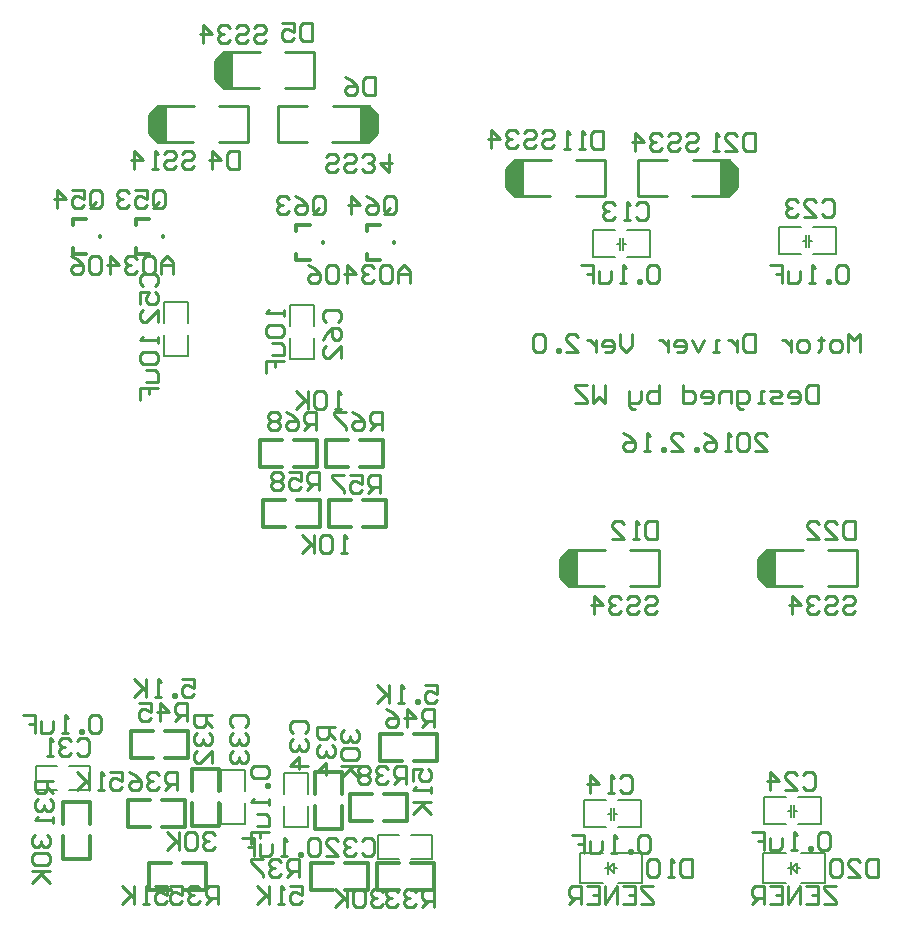
<source format=gbo>
G04 Layer_Color=32896*
%FSLAX25Y25*%
%MOIN*%
G70*
G01*
G75*
%ADD43C,0.01000*%
%ADD44C,0.01200*%
%ADD45C,0.00800*%
%ADD80C,0.00500*%
%ADD81R,0.02600X0.11800*%
%ADD82R,0.03514X0.09986*%
%ADD83R,0.01584X0.08317*%
%ADD84R,0.02100X0.05400*%
%ADD85R,0.02000X0.01500*%
D43*
X576200Y446106D02*
X585900D01*
X558400Y434006D02*
X567600D01*
X558400Y446106D02*
X567900D01*
X586000Y434006D02*
Y446006D01*
X576200Y434006D02*
X586000D01*
X558400D02*
Y446006D01*
X556300Y446106D02*
X558400D01*
X556100D02*
X556300D01*
X553100Y443106D02*
X556100Y446106D01*
X556000Y434006D02*
X558400D01*
X555800Y434206D02*
X556000Y434006D01*
X553000Y437006D02*
X555800Y434206D01*
X553000Y437006D02*
Y443006D01*
X553100Y443106D01*
X554100Y436706D02*
Y437606D01*
X555348Y444075D02*
Y445355D01*
Y443255D02*
Y444075D01*
X554680Y443923D02*
X555348Y443255D01*
X554417Y443923D02*
X554680D01*
X553000Y442506D02*
X554417Y443923D01*
X594200Y316100D02*
X603900D01*
X576400Y304000D02*
X585600D01*
X576400Y316100D02*
X585900D01*
X604000Y304000D02*
Y316000D01*
X594200Y304000D02*
X604000D01*
X576400D02*
Y316000D01*
X574300Y316100D02*
X576400D01*
X574100D02*
X574300D01*
X571100Y313100D02*
X574100Y316100D01*
X574000Y304000D02*
X576400D01*
X573800Y304200D02*
X574000Y304000D01*
X571000Y307000D02*
X573800Y304200D01*
X571000Y307000D02*
Y313000D01*
X571100Y313100D01*
X572100Y306700D02*
Y307600D01*
X573348Y314068D02*
Y315348D01*
Y313248D02*
Y314068D01*
X572680Y313916D02*
X573348Y313248D01*
X572416Y313916D02*
X572680D01*
X571000Y312500D02*
X572416Y313916D01*
X660200Y316100D02*
X669900D01*
X642400Y304000D02*
X651600D01*
X642400Y316100D02*
X651900D01*
X670000Y304000D02*
Y316000D01*
X660200Y304000D02*
X670000D01*
X642400D02*
Y316000D01*
X640300Y316100D02*
X642400D01*
X640100D02*
X640300D01*
X637100Y313100D02*
X640100Y316100D01*
X640000Y304000D02*
X642400D01*
X639800Y304200D02*
X640000Y304000D01*
X637000Y307000D02*
X639800Y304200D01*
X637000Y307000D02*
Y313000D01*
X637100Y313100D01*
X638100Y306700D02*
Y307600D01*
X639348Y314068D02*
Y315348D01*
Y313248D02*
Y314068D01*
X638680Y313916D02*
X639348Y313248D01*
X638416Y313916D02*
X638680D01*
X637000Y312500D02*
X638416Y313916D01*
X597100Y433900D02*
X606800D01*
X615400Y446000D02*
X624600D01*
X615100Y433900D02*
X624600D01*
X597000Y434000D02*
Y446000D01*
X606800D01*
X624600Y434000D02*
Y446000D01*
Y433900D02*
X626700D01*
X626900D01*
X629900Y436900D01*
X624600Y446000D02*
X627000D01*
X627200Y445800D01*
X630000Y443000D01*
Y437000D02*
Y443000D01*
X629900Y436900D02*
X630000Y437000D01*
X628900Y442400D02*
Y443300D01*
X627652Y434652D02*
Y435932D01*
Y436752D01*
X628320Y436084D01*
X628583D01*
X630000Y437500D01*
X456000Y478500D02*
X457416Y479916D01*
X457680D01*
X458348Y479248D01*
Y480068D01*
Y481348D01*
X457100Y472700D02*
Y473600D01*
X456000Y479000D02*
X456100Y479100D01*
X456000Y473000D02*
Y479000D01*
Y473000D02*
X458800Y470200D01*
X459000Y470000D01*
X461400D01*
X456100Y479100D02*
X459100Y482100D01*
X459300D01*
X461400D01*
Y470000D02*
Y482000D01*
X479200Y470000D02*
X489000D01*
Y482000D01*
X461400Y482100D02*
X470900D01*
X461400Y470000D02*
X470600D01*
X479200Y482100D02*
X488900D01*
X508583Y454084D02*
X510000Y455500D01*
X508320Y454084D02*
X508583D01*
X507652Y454752D02*
X508320Y454084D01*
X507652Y453932D02*
Y454752D01*
Y452652D02*
Y453932D01*
X508900Y460400D02*
Y461300D01*
X509900Y454900D02*
X510000Y455000D01*
Y461000D01*
X507200Y463800D02*
X510000Y461000D01*
X507000Y464000D02*
X507200Y463800D01*
X504600Y464000D02*
X507000D01*
X506900Y451900D02*
X509900Y454900D01*
X506700Y451900D02*
X506900D01*
X504600D02*
X506700D01*
X504600Y452000D02*
Y464000D01*
X477000D02*
X486800D01*
X477000Y452000D02*
Y464000D01*
X495100Y451900D02*
X504600D01*
X495400Y464000D02*
X504600D01*
X477100Y451900D02*
X486800D01*
X434000Y460500D02*
X435417Y461916D01*
X435680D01*
X436348Y461248D01*
Y462068D01*
Y463348D01*
X435100Y454700D02*
Y455600D01*
X434000Y461000D02*
X434100Y461100D01*
X434000Y455000D02*
Y461000D01*
Y455000D02*
X436800Y452200D01*
X437000Y452000D01*
X439400D01*
X434100Y461100D02*
X437100Y464100D01*
X437300D01*
X439400D01*
Y452000D02*
Y464000D01*
X457200Y452000D02*
X467000D01*
Y464000D01*
X439400Y464100D02*
X448900D01*
X439400Y452000D02*
X448600D01*
X457200Y464100D02*
X466900D01*
X665501Y299498D02*
X666501Y300498D01*
X668500D01*
X669500Y299498D01*
Y298499D01*
X668500Y297499D01*
X666501D01*
X665501Y296499D01*
Y295500D01*
X666501Y294500D01*
X668500D01*
X669500Y295500D01*
X659503Y299498D02*
X660503Y300498D01*
X662502D01*
X663502Y299498D01*
Y298499D01*
X662502Y297499D01*
X660503D01*
X659503Y296499D01*
Y295500D01*
X660503Y294500D01*
X662502D01*
X663502Y295500D01*
X657504Y299498D02*
X656504Y300498D01*
X654505D01*
X653505Y299498D01*
Y298499D01*
X654505Y297499D01*
X655505D01*
X654505D01*
X653505Y296499D01*
Y295500D01*
X654505Y294500D01*
X656504D01*
X657504Y295500D01*
X648507Y294500D02*
Y300498D01*
X651506Y297499D01*
X647507D01*
X669500Y325598D02*
Y319600D01*
X666501D01*
X665501Y320600D01*
Y324598D01*
X666501Y325598D01*
X669500D01*
X659503Y319600D02*
X663502D01*
X659503Y323599D01*
Y324598D01*
X660503Y325598D01*
X662502D01*
X663502Y324598D01*
X653505Y319600D02*
X657504D01*
X653505Y323599D01*
Y324598D01*
X654505Y325598D01*
X656504D01*
X657504Y324598D01*
X613001Y453998D02*
X614001Y454998D01*
X616000D01*
X617000Y453998D01*
Y452999D01*
X616000Y451999D01*
X614001D01*
X613001Y450999D01*
Y450000D01*
X614001Y449000D01*
X616000D01*
X617000Y450000D01*
X607003Y453998D02*
X608003Y454998D01*
X610002D01*
X611002Y453998D01*
Y452999D01*
X610002Y451999D01*
X608003D01*
X607003Y450999D01*
Y450000D01*
X608003Y449000D01*
X610002D01*
X611002Y450000D01*
X605004Y453998D02*
X604004Y454998D01*
X602005D01*
X601005Y453998D01*
Y452999D01*
X602005Y451999D01*
X603005D01*
X602005D01*
X601005Y450999D01*
Y450000D01*
X602005Y449000D01*
X604004D01*
X605004Y450000D01*
X596007Y449000D02*
Y454998D01*
X599006Y451999D01*
X595007D01*
X636000Y454998D02*
Y449000D01*
X633001D01*
X632001Y450000D01*
Y453998D01*
X633001Y454998D01*
X636000D01*
X626003Y449000D02*
X630002D01*
X626003Y452999D01*
Y453998D01*
X627003Y454998D01*
X629002D01*
X630002Y453998D01*
X624004Y449000D02*
X622005D01*
X623004D01*
Y454998D01*
X624004Y453998D01*
X663000Y203998D02*
X659001D01*
Y202998D01*
X663000Y199000D01*
Y198000D01*
X659001D01*
X653003Y203998D02*
X657002D01*
Y198000D01*
X653003D01*
X657002Y200999D02*
X655003D01*
X651004Y198000D02*
Y203998D01*
X647005Y198000D01*
Y203998D01*
X641007D02*
X645006D01*
Y198000D01*
X641007D01*
X645006Y200999D02*
X643007D01*
X639008Y198000D02*
Y203998D01*
X636009D01*
X635009Y202998D01*
Y200999D01*
X636009Y199999D01*
X639008D01*
X637008D02*
X635009Y198000D01*
X677000Y212998D02*
Y207000D01*
X674001D01*
X673001Y208000D01*
Y211998D01*
X674001Y212998D01*
X677000D01*
X667003Y207000D02*
X671002D01*
X667003Y210999D01*
Y211998D01*
X668003Y212998D01*
X670002D01*
X671002Y211998D01*
X665004D02*
X664004Y212998D01*
X662005D01*
X661005Y211998D01*
Y208000D01*
X662005Y207000D01*
X664004D01*
X665004Y208000D01*
Y211998D01*
X599501Y299498D02*
X600501Y300498D01*
X602500D01*
X603500Y299498D01*
Y298499D01*
X602500Y297499D01*
X600501D01*
X599501Y296499D01*
Y295500D01*
X600501Y294500D01*
X602500D01*
X603500Y295500D01*
X593503Y299498D02*
X594503Y300498D01*
X596502D01*
X597502Y299498D01*
Y298499D01*
X596502Y297499D01*
X594503D01*
X593503Y296499D01*
Y295500D01*
X594503Y294500D01*
X596502D01*
X597502Y295500D01*
X591504Y299498D02*
X590504Y300498D01*
X588505D01*
X587505Y299498D01*
Y298499D01*
X588505Y297499D01*
X589504D01*
X588505D01*
X587505Y296499D01*
Y295500D01*
X588505Y294500D01*
X590504D01*
X591504Y295500D01*
X582507Y294500D02*
Y300498D01*
X585506Y297499D01*
X581507D01*
X603500Y325598D02*
Y319600D01*
X600501D01*
X599501Y320600D01*
Y324598D01*
X600501Y325598D01*
X603500D01*
X597502Y319600D02*
X595503D01*
X596502D01*
Y325598D01*
X597502Y324598D01*
X588505Y319600D02*
X592504D01*
X588505Y323599D01*
Y324598D01*
X589504Y325598D01*
X591504D01*
X592504Y324598D01*
X565001Y455005D02*
X566001Y456004D01*
X568000D01*
X569000Y455005D01*
Y454005D01*
X568000Y453005D01*
X566001D01*
X565001Y452006D01*
Y451006D01*
X566001Y450006D01*
X568000D01*
X569000Y451006D01*
X559003Y455005D02*
X560003Y456004D01*
X562002D01*
X563002Y455005D01*
Y454005D01*
X562002Y453005D01*
X560003D01*
X559003Y452006D01*
Y451006D01*
X560003Y450006D01*
X562002D01*
X563002Y451006D01*
X557004Y455005D02*
X556004Y456004D01*
X554005D01*
X553005Y455005D01*
Y454005D01*
X554005Y453005D01*
X555005D01*
X554005D01*
X553005Y452006D01*
Y451006D01*
X554005Y450006D01*
X556004D01*
X557004Y451006D01*
X548007Y450006D02*
Y456004D01*
X551006Y453005D01*
X547007D01*
X585500Y455598D02*
Y449600D01*
X582501D01*
X581501Y450600D01*
Y454598D01*
X582501Y455598D01*
X585500D01*
X579502Y449600D02*
X577503D01*
X578502D01*
Y455598D01*
X579502Y454598D01*
X574504Y449600D02*
X572504D01*
X573504D01*
Y455598D01*
X574504Y454598D01*
X602000Y203998D02*
X598001D01*
Y202998D01*
X602000Y199000D01*
Y198000D01*
X598001D01*
X592003Y203998D02*
X596002D01*
Y198000D01*
X592003D01*
X596002Y200999D02*
X594003D01*
X590004Y198000D02*
Y203998D01*
X586005Y198000D01*
Y203998D01*
X580007D02*
X584006D01*
Y198000D01*
X580007D01*
X584006Y200999D02*
X582007D01*
X578008Y198000D02*
Y203998D01*
X575009D01*
X574009Y202998D01*
Y200999D01*
X575009Y199999D01*
X578008D01*
X576008D02*
X574009Y198000D01*
X615000Y212998D02*
Y207000D01*
X612001D01*
X611001Y208000D01*
Y211998D01*
X612001Y212998D01*
X615000D01*
X609002Y207000D02*
X607003D01*
X608002D01*
Y212998D01*
X609002Y211998D01*
X604004D02*
X603004Y212998D01*
X601005D01*
X600005Y211998D01*
Y208000D01*
X601005Y207000D01*
X603004D01*
X604004Y208000D01*
Y211998D01*
X661000Y220998D02*
X660000Y221998D01*
X658001D01*
X657001Y220998D01*
Y217000D01*
X658001Y216000D01*
X660000D01*
X661000Y217000D01*
Y220998D01*
X655002Y216000D02*
Y217000D01*
X654002D01*
Y216000D01*
X655002D01*
X650004D02*
X648004D01*
X649004D01*
Y221998D01*
X650004Y220998D01*
X645005Y219999D02*
Y217000D01*
X644005Y216000D01*
X641007D01*
Y219999D01*
X635008Y221998D02*
X639007D01*
Y218999D01*
X637008D01*
X639007D01*
Y216000D01*
X652001Y240998D02*
X653001Y241998D01*
X655000D01*
X656000Y240998D01*
Y237000D01*
X655000Y236000D01*
X653001D01*
X652001Y237000D01*
X646003Y236000D02*
X650002D01*
X646003Y239999D01*
Y240998D01*
X647003Y241998D01*
X649002D01*
X650002Y240998D01*
X641005Y236000D02*
Y241998D01*
X644004Y238999D01*
X640005D01*
X667000Y409998D02*
X666000Y410998D01*
X664001D01*
X663001Y409998D01*
Y406000D01*
X664001Y405000D01*
X666000D01*
X667000Y406000D01*
Y409998D01*
X661002Y405000D02*
Y406000D01*
X660002D01*
Y405000D01*
X661002D01*
X656004D02*
X654004D01*
X655004D01*
Y410998D01*
X656004Y409998D01*
X651005Y408999D02*
Y406000D01*
X650005Y405000D01*
X647007D01*
Y408999D01*
X641008Y410998D02*
X645007D01*
Y407999D01*
X643008D01*
X645007D01*
Y405000D01*
X658401Y431898D02*
X659401Y432898D01*
X661400D01*
X662400Y431898D01*
Y427900D01*
X661400Y426900D01*
X659401D01*
X658401Y427900D01*
X652403Y426900D02*
X656402D01*
X652403Y430899D01*
Y431898D01*
X653403Y432898D01*
X655402D01*
X656402Y431898D01*
X650404D02*
X649404Y432898D01*
X647405D01*
X646405Y431898D01*
Y430899D01*
X647405Y429899D01*
X648405D01*
X647405D01*
X646405Y428899D01*
Y427900D01*
X647405Y426900D01*
X649404D01*
X650404Y427900D01*
X601000Y219998D02*
X600000Y220998D01*
X598001D01*
X597001Y219998D01*
Y216000D01*
X598001Y215000D01*
X600000D01*
X601000Y216000D01*
Y219998D01*
X595002Y215000D02*
Y216000D01*
X594002D01*
Y215000D01*
X595002D01*
X590004D02*
X588004D01*
X589004D01*
Y220998D01*
X590004Y219998D01*
X585005Y218999D02*
Y216000D01*
X584005Y215000D01*
X581006D01*
Y218999D01*
X575008Y220998D02*
X579007D01*
Y217999D01*
X577008D01*
X579007D01*
Y215000D01*
X591001Y239998D02*
X592001Y240998D01*
X594000D01*
X595000Y239998D01*
Y236000D01*
X594000Y235000D01*
X592001D01*
X591001Y236000D01*
X589002Y235000D02*
X587003D01*
X588002D01*
Y240998D01*
X589002Y239998D01*
X581004Y235000D02*
Y240998D01*
X584004Y237999D01*
X580005D01*
X604000Y409998D02*
X603000Y410998D01*
X601001D01*
X600001Y409998D01*
Y406000D01*
X601001Y405000D01*
X603000D01*
X604000Y406000D01*
Y409998D01*
X598002Y405000D02*
Y406000D01*
X597002D01*
Y405000D01*
X598002D01*
X593004D02*
X591004D01*
X592004D01*
Y410998D01*
X593004Y409998D01*
X588005Y408999D02*
Y406000D01*
X587006Y405000D01*
X584007D01*
Y408999D01*
X578008Y410998D02*
X582007D01*
Y407999D01*
X580008D01*
X582007D01*
Y405000D01*
X596401Y430898D02*
X597401Y431898D01*
X599400D01*
X600400Y430898D01*
Y426900D01*
X599400Y425900D01*
X597401D01*
X596401Y426900D01*
X594402Y425900D02*
X592403D01*
X593402D01*
Y431898D01*
X594402Y430898D01*
X589404D02*
X588404Y431898D01*
X586405D01*
X585405Y430898D01*
Y429899D01*
X586405Y428899D01*
X587404D01*
X586405D01*
X585405Y427899D01*
Y426900D01*
X586405Y425900D01*
X588404D01*
X589404Y426900D01*
X437000Y387000D02*
Y385001D01*
Y386000D01*
X431002D01*
X432002Y387000D01*
Y382002D02*
X431002Y381002D01*
Y379003D01*
X432002Y378003D01*
X436000D01*
X437000Y379003D01*
Y381002D01*
X436000Y382002D01*
X432002D01*
X433001Y376004D02*
X436000D01*
X437000Y375004D01*
Y372005D01*
X433001D01*
X431002Y366007D02*
Y370005D01*
X434001D01*
Y368006D01*
Y370005D01*
X437000D01*
X432002Y404001D02*
X431002Y405001D01*
Y407000D01*
X432002Y408000D01*
X436000D01*
X437000Y407000D01*
Y405001D01*
X436000Y404001D01*
X431002Y398003D02*
Y402002D01*
X434001D01*
X433001Y400003D01*
Y399003D01*
X434001Y398003D01*
X436000D01*
X437000Y399003D01*
Y401002D01*
X436000Y402002D01*
X437000Y392005D02*
Y396004D01*
X433001Y392005D01*
X432002D01*
X431002Y393005D01*
Y395004D01*
X432002Y396004D01*
X479000Y396000D02*
Y394001D01*
Y395000D01*
X473002D01*
X474002Y396000D01*
Y391002D02*
X473002Y390002D01*
Y388003D01*
X474002Y387003D01*
X478000D01*
X479000Y388003D01*
Y390002D01*
X478000Y391002D01*
X474002D01*
X475001Y385004D02*
X478000D01*
X479000Y384004D01*
Y381005D01*
X475001D01*
X473002Y375007D02*
Y379006D01*
X476001D01*
Y377006D01*
Y379006D01*
X479000D01*
X493002Y392001D02*
X492002Y393001D01*
Y395000D01*
X493002Y396000D01*
X497000D01*
X498000Y395000D01*
Y393001D01*
X497000Y392001D01*
X492002Y386003D02*
X493002Y388003D01*
X495001Y390002D01*
X497000D01*
X498000Y389002D01*
Y387003D01*
X497000Y386003D01*
X496001D01*
X495001Y387003D01*
Y390002D01*
X498000Y380005D02*
Y384004D01*
X494001Y380005D01*
X493002D01*
X492002Y381005D01*
Y383004D01*
X493002Y384004D01*
X469001Y489998D02*
X470001Y490998D01*
X472000D01*
X473000Y489998D01*
Y488999D01*
X472000Y487999D01*
X470001D01*
X469001Y486999D01*
Y486000D01*
X470001Y485000D01*
X472000D01*
X473000Y486000D01*
X463003Y489998D02*
X464003Y490998D01*
X466002D01*
X467002Y489998D01*
Y488999D01*
X466002Y487999D01*
X464003D01*
X463003Y486999D01*
Y486000D01*
X464003Y485000D01*
X466002D01*
X467002Y486000D01*
X461004Y489998D02*
X460004Y490998D01*
X458005D01*
X457005Y489998D01*
Y488999D01*
X458005Y487999D01*
X459004D01*
X458005D01*
X457005Y486999D01*
Y486000D01*
X458005Y485000D01*
X460004D01*
X461004Y486000D01*
X452007Y485000D02*
Y490998D01*
X455006Y487999D01*
X451007D01*
X488500Y491598D02*
Y485600D01*
X485501D01*
X484501Y486600D01*
Y490598D01*
X485501Y491598D01*
X488500D01*
X478503D02*
X482502D01*
Y488599D01*
X480503Y489599D01*
X479503D01*
X478503Y488599D01*
Y486600D01*
X479503Y485600D01*
X481502D01*
X482502Y486600D01*
X496999Y443002D02*
X495999Y442002D01*
X494000D01*
X493000Y443002D01*
Y444001D01*
X494000Y445001D01*
X495999D01*
X496999Y446001D01*
Y447000D01*
X495999Y448000D01*
X494000D01*
X493000Y447000D01*
X502997Y443002D02*
X501997Y442002D01*
X499998D01*
X498998Y443002D01*
Y444001D01*
X499998Y445001D01*
X501997D01*
X502997Y446001D01*
Y447000D01*
X501997Y448000D01*
X499998D01*
X498998Y447000D01*
X504996Y443002D02*
X505996Y442002D01*
X507995D01*
X508995Y443002D01*
Y444001D01*
X507995Y445001D01*
X506995D01*
X507995D01*
X508995Y446001D01*
Y447000D01*
X507995Y448000D01*
X505996D01*
X504996Y447000D01*
X513993Y448000D02*
Y442002D01*
X510994Y445001D01*
X514993D01*
X509500Y473498D02*
Y467500D01*
X506501D01*
X505501Y468500D01*
Y472498D01*
X506501Y473498D01*
X509500D01*
X499503D02*
X501503Y472498D01*
X503502Y470499D01*
Y468500D01*
X502502Y467500D01*
X500503D01*
X499503Y468500D01*
Y469499D01*
X500503Y470499D01*
X503502D01*
X435201Y430800D02*
Y434798D01*
X436201Y435798D01*
X438200D01*
X439200Y434798D01*
Y430800D01*
X438200Y429800D01*
X436201D01*
X437201Y431799D02*
X435201Y429800D01*
X436201D02*
X435201Y430800D01*
X429203Y435798D02*
X433202D01*
Y432799D01*
X431203Y433799D01*
X430203D01*
X429203Y432799D01*
Y430800D01*
X430203Y429800D01*
X432202D01*
X433202Y430800D01*
X427204Y434798D02*
X426204Y435798D01*
X424205D01*
X423205Y434798D01*
Y433799D01*
X424205Y432799D01*
X425205D01*
X424205D01*
X423205Y431799D01*
Y430800D01*
X424205Y429800D01*
X426204D01*
X427204Y430800D01*
X442000Y408000D02*
Y411999D01*
X440001Y413998D01*
X438001Y411999D01*
Y408000D01*
Y410999D01*
X442000D01*
X433003Y413998D02*
X435002D01*
X436002Y412998D01*
Y409000D01*
X435002Y408000D01*
X433003D01*
X432003Y409000D01*
Y412998D01*
X433003Y413998D01*
X430004Y412998D02*
X429004Y413998D01*
X427005D01*
X426005Y412998D01*
Y411999D01*
X427005Y410999D01*
X428005D01*
X427005D01*
X426005Y409999D01*
Y409000D01*
X427005Y408000D01*
X429004D01*
X430004Y409000D01*
X421007Y408000D02*
Y413998D01*
X424006Y410999D01*
X420007D01*
X418008Y412998D02*
X417008Y413998D01*
X415009D01*
X414009Y412998D01*
Y409000D01*
X415009Y408000D01*
X417008D01*
X418008Y409000D01*
Y412998D01*
X408011Y413998D02*
X410010Y412998D01*
X412010Y410999D01*
Y409000D01*
X411010Y408000D01*
X409011D01*
X408011Y409000D01*
Y409999D01*
X409011Y410999D01*
X412010D01*
X414201Y430800D02*
Y434798D01*
X415201Y435798D01*
X417200D01*
X418200Y434798D01*
Y430800D01*
X417200Y429800D01*
X415201D01*
X416201Y431799D02*
X414201Y429800D01*
X415201D02*
X414201Y430800D01*
X408203Y435798D02*
X412202D01*
Y432799D01*
X410203Y433799D01*
X409203D01*
X408203Y432799D01*
Y430800D01*
X409203Y429800D01*
X411202D01*
X412202Y430800D01*
X403205Y429800D02*
Y435798D01*
X406204Y432799D01*
X402205D01*
X488697Y428800D02*
Y432798D01*
X489697Y433798D01*
X491696D01*
X492696Y432798D01*
Y428800D01*
X491696Y427800D01*
X489697D01*
X490697Y429799D02*
X488697Y427800D01*
X489697D02*
X488697Y428800D01*
X482699Y433798D02*
X484699Y432798D01*
X486698Y430799D01*
Y428800D01*
X485698Y427800D01*
X483699D01*
X482699Y428800D01*
Y429799D01*
X483699Y430799D01*
X486698D01*
X480700Y432798D02*
X479700Y433798D01*
X477701D01*
X476701Y432798D01*
Y431799D01*
X477701Y430799D01*
X478701D01*
X477701D01*
X476701Y429799D01*
Y428800D01*
X477701Y427800D01*
X479700D01*
X480700Y428800D01*
X521000Y405000D02*
Y408999D01*
X519001Y410998D01*
X517001Y408999D01*
Y405000D01*
Y407999D01*
X521000D01*
X512003Y410998D02*
X514002D01*
X515002Y409998D01*
Y406000D01*
X514002Y405000D01*
X512003D01*
X511003Y406000D01*
Y409998D01*
X512003Y410998D01*
X509004Y409998D02*
X508004Y410998D01*
X506005D01*
X505005Y409998D01*
Y408999D01*
X506005Y407999D01*
X507004D01*
X506005D01*
X505005Y406999D01*
Y406000D01*
X506005Y405000D01*
X508004D01*
X509004Y406000D01*
X500007Y405000D02*
Y410998D01*
X503006Y407999D01*
X499007D01*
X497008Y409998D02*
X496008Y410998D01*
X494009D01*
X493009Y409998D01*
Y406000D01*
X494009Y405000D01*
X496008D01*
X497008Y406000D01*
Y409998D01*
X487011Y410998D02*
X489010Y409998D01*
X491010Y407999D01*
Y406000D01*
X490010Y405000D01*
X488011D01*
X487011Y406000D01*
Y406999D01*
X488011Y407999D01*
X491010D01*
X512201Y428800D02*
Y432798D01*
X513201Y433798D01*
X515200D01*
X516200Y432798D01*
Y428800D01*
X515200Y427800D01*
X513201D01*
X514201Y429799D02*
X512201Y427800D01*
X513201D02*
X512201Y428800D01*
X506203Y433798D02*
X508203Y432798D01*
X510202Y430799D01*
Y428800D01*
X509202Y427800D01*
X507203D01*
X506203Y428800D01*
Y429799D01*
X507203Y430799D01*
X510202D01*
X501205Y427800D02*
Y433798D01*
X504204Y430799D01*
X500205D01*
X500000Y315000D02*
X498001D01*
X499000D01*
Y320998D01*
X500000Y319998D01*
X495002D02*
X494002Y320998D01*
X492003D01*
X491003Y319998D01*
Y316000D01*
X492003Y315000D01*
X494002D01*
X495002Y316000D01*
Y319998D01*
X489004Y320998D02*
Y315000D01*
Y316999D01*
X485005Y320998D01*
X488004Y317999D01*
X485005Y315000D01*
X511000Y335000D02*
Y340998D01*
X508001D01*
X507001Y339998D01*
Y337999D01*
X508001Y336999D01*
X511000D01*
X509001D02*
X507001Y335000D01*
X501003Y340998D02*
X505002D01*
Y337999D01*
X503003Y338999D01*
X502003D01*
X501003Y337999D01*
Y336000D01*
X502003Y335000D01*
X504002D01*
X505002Y336000D01*
X499004Y340998D02*
X495005D01*
Y339998D01*
X499004Y336000D01*
Y335000D01*
X490600Y336100D02*
Y342098D01*
X487601D01*
X486601Y341098D01*
Y339099D01*
X487601Y338099D01*
X490600D01*
X488601D02*
X486601Y336100D01*
X480603Y342098D02*
X484602D01*
Y339099D01*
X482603Y340099D01*
X481603D01*
X480603Y339099D01*
Y337100D01*
X481603Y336100D01*
X483602D01*
X484602Y337100D01*
X478604Y341098D02*
X477604Y342098D01*
X475605D01*
X474605Y341098D01*
Y340099D01*
X475605Y339099D01*
X474605Y338099D01*
Y337100D01*
X475605Y336100D01*
X477604D01*
X478604Y337100D01*
Y338099D01*
X477604Y339099D01*
X478604Y340099D01*
Y341098D01*
X477604Y339099D02*
X475605D01*
X498000Y363000D02*
X496001D01*
X497000D01*
Y368998D01*
X498000Y367998D01*
X493002D02*
X492002Y368998D01*
X490003D01*
X489003Y367998D01*
Y364000D01*
X490003Y363000D01*
X492002D01*
X493002Y364000D01*
Y367998D01*
X487004Y368998D02*
Y363000D01*
Y364999D01*
X483005Y368998D01*
X486004Y365999D01*
X483005Y363000D01*
X511600Y356100D02*
Y362098D01*
X508601D01*
X507601Y361098D01*
Y359099D01*
X508601Y358099D01*
X511600D01*
X509601D02*
X507601Y356100D01*
X501603Y362098D02*
X503603Y361098D01*
X505602Y359099D01*
Y357100D01*
X504602Y356100D01*
X502603D01*
X501603Y357100D01*
Y358099D01*
X502603Y359099D01*
X505602D01*
X499604Y362098D02*
X495605D01*
Y361098D01*
X499604Y357100D01*
Y356100D01*
X489600D02*
Y362098D01*
X486601D01*
X485601Y361098D01*
Y359099D01*
X486601Y358099D01*
X489600D01*
X487601D02*
X485601Y356100D01*
X479603Y362098D02*
X481603Y361098D01*
X483602Y359099D01*
Y357100D01*
X482602Y356100D01*
X480603D01*
X479603Y357100D01*
Y358099D01*
X480603Y359099D01*
X483602D01*
X477604Y361098D02*
X476604Y362098D01*
X474605D01*
X473605Y361098D01*
Y360099D01*
X474605Y359099D01*
X473605Y358099D01*
Y357100D01*
X474605Y356100D01*
X476604D01*
X477604Y357100D01*
Y358099D01*
X476604Y359099D01*
X477604Y360099D01*
Y361098D01*
X476604Y359099D02*
X474605D01*
X418000Y259998D02*
X417000Y260998D01*
X415001D01*
X414001Y259998D01*
Y256000D01*
X415001Y255000D01*
X417000D01*
X418000Y256000D01*
Y259998D01*
X412002Y255000D02*
Y256000D01*
X411002D01*
Y255000D01*
X412002D01*
X407004D02*
X405004D01*
X406004D01*
Y260998D01*
X407004Y259998D01*
X402005Y258999D02*
Y256000D01*
X401006Y255000D01*
X398007D01*
Y258999D01*
X392008Y260998D02*
X396007D01*
Y257999D01*
X394008D01*
X396007D01*
Y255000D01*
X409901Y252398D02*
X410901Y253398D01*
X412900D01*
X413900Y252398D01*
Y248400D01*
X412900Y247400D01*
X410901D01*
X409901Y248400D01*
X407902Y252398D02*
X406902Y253398D01*
X404903D01*
X403903Y252398D01*
Y251399D01*
X404903Y250399D01*
X405903D01*
X404903D01*
X403903Y249399D01*
Y248400D01*
X404903Y247400D01*
X406902D01*
X407902Y248400D01*
X401904Y247400D02*
X399904D01*
X400904D01*
Y253398D01*
X401904Y252398D01*
X491000Y218998D02*
X490000Y219998D01*
X488001D01*
X487001Y218998D01*
Y215000D01*
X488001Y214000D01*
X490000D01*
X491000Y215000D01*
Y218998D01*
X485002Y214000D02*
Y215000D01*
X484002D01*
Y214000D01*
X485002D01*
X480004D02*
X478004D01*
X479004D01*
Y219998D01*
X480004Y218998D01*
X475005Y217999D02*
Y215000D01*
X474006Y214000D01*
X471006D01*
Y217999D01*
X465008Y219998D02*
X469007D01*
Y216999D01*
X467008D01*
X469007D01*
Y214000D01*
X505001Y218998D02*
X506001Y219998D01*
X508000D01*
X509000Y218998D01*
Y215000D01*
X508000Y214000D01*
X506001D01*
X505001Y215000D01*
X503002Y218998D02*
X502002Y219998D01*
X500003D01*
X499003Y218998D01*
Y217999D01*
X500003Y216999D01*
X501003D01*
X500003D01*
X499003Y215999D01*
Y215000D01*
X500003Y214000D01*
X502002D01*
X503002Y215000D01*
X493005Y214000D02*
X497004D01*
X493005Y217999D01*
Y218998D01*
X494005Y219998D01*
X496004D01*
X497004Y218998D01*
X469002Y244000D02*
X468002Y243000D01*
Y241001D01*
X469002Y240001D01*
X473000D01*
X474000Y241001D01*
Y243000D01*
X473000Y244000D01*
X469002D01*
X474000Y238002D02*
X473000D01*
Y237002D01*
X474000D01*
Y238002D01*
Y233004D02*
Y231004D01*
Y232004D01*
X468002D01*
X469002Y233004D01*
X470001Y228005D02*
X473000D01*
X474000Y227006D01*
Y224007D01*
X470001D01*
X468002Y218008D02*
Y222007D01*
X471001D01*
Y220008D01*
Y222007D01*
X474000D01*
X462002Y257001D02*
X461002Y258001D01*
Y260000D01*
X462002Y261000D01*
X466000D01*
X467000Y260000D01*
Y258001D01*
X466000Y257001D01*
X462002Y255002D02*
X461002Y254002D01*
Y252003D01*
X462002Y251003D01*
X463001D01*
X464001Y252003D01*
Y253003D01*
Y252003D01*
X465001Y251003D01*
X466000D01*
X467000Y252003D01*
Y254002D01*
X466000Y255002D01*
X462002Y249004D02*
X461002Y248004D01*
Y246005D01*
X462002Y245005D01*
X463001D01*
X464001Y246005D01*
Y247005D01*
Y246005D01*
X465001Y245005D01*
X466000D01*
X467000Y246005D01*
Y248004D01*
X466000Y249004D01*
X482002Y255001D02*
X481002Y256001D01*
Y258000D01*
X482002Y259000D01*
X486000D01*
X487000Y258000D01*
Y256001D01*
X486000Y255001D01*
X482002Y253002D02*
X481002Y252002D01*
Y250003D01*
X482002Y249003D01*
X483001D01*
X484001Y250003D01*
Y251003D01*
Y250003D01*
X485001Y249003D01*
X486000D01*
X487000Y250003D01*
Y252002D01*
X486000Y253002D01*
X487000Y244005D02*
X481002D01*
X484001Y247004D01*
Y243005D01*
X445001Y447998D02*
X446001Y448998D01*
X448000D01*
X449000Y447998D01*
Y446999D01*
X448000Y445999D01*
X446001D01*
X445001Y444999D01*
Y444000D01*
X446001Y443000D01*
X448000D01*
X449000Y444000D01*
X439003Y447998D02*
X440003Y448998D01*
X442002D01*
X443002Y447998D01*
Y446999D01*
X442002Y445999D01*
X440003D01*
X439003Y444999D01*
Y444000D01*
X440003Y443000D01*
X442002D01*
X443002Y444000D01*
X437004Y443000D02*
X435005D01*
X436004D01*
Y448998D01*
X437004Y447998D01*
X429006Y443000D02*
Y448998D01*
X432006Y445999D01*
X428007D01*
X464000Y448998D02*
Y443000D01*
X461001D01*
X460001Y444000D01*
Y447998D01*
X461001Y448998D01*
X464000D01*
X455003Y443000D02*
Y448998D01*
X458002Y445999D01*
X454003D01*
X396002Y221000D02*
X395002Y220000D01*
Y218001D01*
X396002Y217001D01*
X397001D01*
X398001Y218001D01*
Y219001D01*
Y218001D01*
X399001Y217001D01*
X400000D01*
X401000Y218001D01*
Y220000D01*
X400000Y221000D01*
X396002Y215002D02*
X395002Y214002D01*
Y212003D01*
X396002Y211003D01*
X400000D01*
X401000Y212003D01*
Y214002D01*
X400000Y215002D01*
X396002D01*
X395002Y209004D02*
X401000D01*
X399001D01*
X395002Y205005D01*
X398001Y208004D01*
X401000Y205005D01*
X402000Y239000D02*
X396002D01*
Y236001D01*
X397002Y235001D01*
X399001D01*
X400001Y236001D01*
Y239000D01*
Y237001D02*
X402000Y235001D01*
X397002Y233002D02*
X396002Y232002D01*
Y230003D01*
X397002Y229003D01*
X398001D01*
X399001Y230003D01*
Y231003D01*
Y230003D01*
X400001Y229003D01*
X401000D01*
X402000Y230003D01*
Y232002D01*
X401000Y233002D01*
X402000Y227004D02*
Y225005D01*
Y226004D01*
X396002D01*
X397002Y227004D01*
X456000Y220998D02*
X455000Y221998D01*
X453001D01*
X452001Y220998D01*
Y219999D01*
X453001Y218999D01*
X454001D01*
X453001D01*
X452001Y217999D01*
Y217000D01*
X453001Y216000D01*
X455000D01*
X456000Y217000D01*
X450002Y220998D02*
X449002Y221998D01*
X447003D01*
X446003Y220998D01*
Y217000D01*
X447003Y216000D01*
X449002D01*
X450002Y217000D01*
Y220998D01*
X444004Y221998D02*
Y216000D01*
Y217999D01*
X440005Y221998D01*
X443004Y218999D01*
X440005Y216000D01*
X455000Y261000D02*
X449002D01*
Y258001D01*
X450002Y257001D01*
X452001D01*
X453001Y258001D01*
Y261000D01*
Y259001D02*
X455000Y257001D01*
X450002Y255002D02*
X449002Y254002D01*
Y252003D01*
X450002Y251003D01*
X451001D01*
X452001Y252003D01*
Y253003D01*
Y252003D01*
X453001Y251003D01*
X454000D01*
X455000Y252003D01*
Y254002D01*
X454000Y255002D01*
X455000Y245005D02*
Y249004D01*
X451001Y245005D01*
X450002D01*
X449002Y246005D01*
Y248004D01*
X450002Y249004D01*
X512000Y201849D02*
X511000Y202849D01*
X509001D01*
X508001Y201849D01*
Y200849D01*
X509001Y199849D01*
X510001D01*
X509001D01*
X508001Y198850D01*
Y197850D01*
X509001Y196850D01*
X511000D01*
X512000Y197850D01*
X506002Y201849D02*
X505002Y202849D01*
X503003D01*
X502003Y201849D01*
Y197850D01*
X503003Y196850D01*
X505002D01*
X506002Y197850D01*
Y201849D01*
X500004Y202849D02*
Y196850D01*
Y198850D01*
X496005Y202849D01*
X499004Y199849D01*
X496005Y196850D01*
X529000Y197000D02*
Y202998D01*
X526001D01*
X525001Y201998D01*
Y199999D01*
X526001Y198999D01*
X529000D01*
X527001D02*
X525001Y197000D01*
X523002Y201998D02*
X522002Y202998D01*
X520003D01*
X519003Y201998D01*
Y200999D01*
X520003Y199999D01*
X521003D01*
X520003D01*
X519003Y198999D01*
Y198000D01*
X520003Y197000D01*
X522002D01*
X523002Y198000D01*
X517004Y201998D02*
X516004Y202998D01*
X514005D01*
X513005Y201998D01*
Y200999D01*
X514005Y199999D01*
X515004D01*
X514005D01*
X513005Y198999D01*
Y198000D01*
X514005Y197000D01*
X516004D01*
X517004Y198000D01*
X499002Y256000D02*
X498002Y255000D01*
Y253001D01*
X499002Y252001D01*
X500001D01*
X501001Y253001D01*
Y254001D01*
Y253001D01*
X502001Y252001D01*
X503000D01*
X504000Y253001D01*
Y255000D01*
X503000Y256000D01*
X499002Y250002D02*
X498002Y249002D01*
Y247003D01*
X499002Y246003D01*
X503000D01*
X504000Y247003D01*
Y249002D01*
X503000Y250002D01*
X499002D01*
X498002Y244004D02*
X504000D01*
X502001D01*
X498002Y240005D01*
X501001Y243004D01*
X504000Y240005D01*
X496000Y257000D02*
X490002D01*
Y254001D01*
X491002Y253001D01*
X493001D01*
X494001Y254001D01*
Y257000D01*
Y255001D02*
X496000Y253001D01*
X491002Y251002D02*
X490002Y250002D01*
Y248003D01*
X491002Y247003D01*
X492001D01*
X493001Y248003D01*
Y249003D01*
Y248003D01*
X494001Y247003D01*
X495000D01*
X496000Y248003D01*
Y250002D01*
X495000Y251002D01*
X496000Y242005D02*
X490002D01*
X493001Y245004D01*
Y241005D01*
X436001Y203998D02*
X440000D01*
Y200999D01*
X438001Y201999D01*
X437001D01*
X436001Y200999D01*
Y199000D01*
X437001Y198000D01*
X439000D01*
X440000Y199000D01*
X434002Y198000D02*
X432003D01*
X433002D01*
Y203998D01*
X434002Y202998D01*
X429004Y203998D02*
Y198000D01*
Y199999D01*
X425005Y203998D01*
X428004Y200999D01*
X425005Y198000D01*
X457000D02*
Y203998D01*
X454001D01*
X453001Y202998D01*
Y200999D01*
X454001Y199999D01*
X457000D01*
X455001D02*
X453001Y198000D01*
X451002Y202998D02*
X450002Y203998D01*
X448003D01*
X447003Y202998D01*
Y201999D01*
X448003Y200999D01*
X449003D01*
X448003D01*
X447003Y199999D01*
Y199000D01*
X448003Y198000D01*
X450002D01*
X451002Y199000D01*
X441005Y203998D02*
X445004D01*
Y200999D01*
X443005Y201999D01*
X442005D01*
X441005Y200999D01*
Y199000D01*
X442005Y198000D01*
X444004D01*
X445004Y199000D01*
X421001Y241998D02*
X425000D01*
Y238999D01*
X423001Y239999D01*
X422001D01*
X421001Y238999D01*
Y237000D01*
X422001Y236000D01*
X424000D01*
X425000Y237000D01*
X419002Y236000D02*
X417003D01*
X418002D01*
Y241998D01*
X419002Y240998D01*
X414004Y241998D02*
Y236000D01*
Y237999D01*
X410005Y241998D01*
X413004Y238999D01*
X410005Y236000D01*
X443400Y236100D02*
Y242098D01*
X440401D01*
X439401Y241098D01*
Y239099D01*
X440401Y238099D01*
X443400D01*
X441401D02*
X439401Y236100D01*
X437402Y241098D02*
X436402Y242098D01*
X434403D01*
X433403Y241098D01*
Y240099D01*
X434403Y239099D01*
X435403D01*
X434403D01*
X433403Y238099D01*
Y237100D01*
X434403Y236100D01*
X436402D01*
X437402Y237100D01*
X427405Y242098D02*
X429404Y241098D01*
X431404Y239099D01*
Y237100D01*
X430404Y236100D01*
X428405D01*
X427405Y237100D01*
Y238099D01*
X428405Y239099D01*
X431404D01*
X481001Y203998D02*
X485000D01*
Y200999D01*
X483001Y201999D01*
X482001D01*
X481001Y200999D01*
Y199000D01*
X482001Y198000D01*
X484000D01*
X485000Y199000D01*
X479002Y198000D02*
X477003D01*
X478002D01*
Y203998D01*
X479002Y202998D01*
X474004Y203998D02*
Y198000D01*
Y199999D01*
X470005Y203998D01*
X473004Y200999D01*
X470005Y198000D01*
X484000Y207000D02*
Y212998D01*
X481001D01*
X480001Y211998D01*
Y209999D01*
X481001Y208999D01*
X484000D01*
X482001D02*
X480001Y207000D01*
X478002Y211998D02*
X477002Y212998D01*
X475003D01*
X474003Y211998D01*
Y210999D01*
X475003Y209999D01*
X476003D01*
X475003D01*
X474003Y208999D01*
Y208000D01*
X475003Y207000D01*
X477002D01*
X478002Y208000D01*
X472004Y212998D02*
X468005D01*
Y211998D01*
X472004Y208000D01*
Y207000D01*
X522002Y239001D02*
Y243000D01*
X525001D01*
X524001Y241001D01*
Y240001D01*
X525001Y239001D01*
X527000D01*
X528000Y240001D01*
Y242000D01*
X527000Y243000D01*
X528000Y237002D02*
Y235003D01*
Y236002D01*
X522002D01*
X523002Y237002D01*
X522002Y232004D02*
X528000D01*
X526001D01*
X522002Y228005D01*
X525001Y231004D01*
X528000Y228005D01*
X519600Y238100D02*
Y244098D01*
X516601D01*
X515601Y243098D01*
Y241099D01*
X516601Y240099D01*
X519600D01*
X517601D02*
X515601Y238100D01*
X513602Y243098D02*
X512602Y244098D01*
X510603D01*
X509603Y243098D01*
Y242099D01*
X510603Y241099D01*
X511603D01*
X510603D01*
X509603Y240099D01*
Y239100D01*
X510603Y238100D01*
X512602D01*
X513602Y239100D01*
X507604Y243098D02*
X506604Y244098D01*
X504605D01*
X503605Y243098D01*
Y242099D01*
X504605Y241099D01*
X503605Y240099D01*
Y239100D01*
X504605Y238100D01*
X506604D01*
X507604Y239100D01*
Y240099D01*
X506604Y241099D01*
X507604Y242099D01*
Y243098D01*
X506604Y241099D02*
X504605D01*
X445001Y272998D02*
X449000D01*
Y269999D01*
X447001Y270999D01*
X446001D01*
X445001Y269999D01*
Y268000D01*
X446001Y267000D01*
X448000D01*
X449000Y268000D01*
X443002Y267000D02*
Y268000D01*
X442002D01*
Y267000D01*
X443002D01*
X438004D02*
X436004D01*
X437004D01*
Y272998D01*
X438004Y271998D01*
X433005Y272998D02*
Y267000D01*
Y268999D01*
X429006Y272998D01*
X432006Y269999D01*
X429006Y267000D01*
X446600Y259100D02*
Y265098D01*
X443601D01*
X442601Y264098D01*
Y262099D01*
X443601Y261099D01*
X446600D01*
X444601D02*
X442601Y259100D01*
X437603D02*
Y265098D01*
X440602Y262099D01*
X436603D01*
X430605Y265098D02*
X434604D01*
Y262099D01*
X432605Y263099D01*
X431605D01*
X430605Y262099D01*
Y260100D01*
X431605Y259100D01*
X433604D01*
X434604Y260100D01*
X526001Y270998D02*
X530000D01*
Y267999D01*
X528001Y268999D01*
X527001D01*
X526001Y267999D01*
Y266000D01*
X527001Y265000D01*
X529000D01*
X530000Y266000D01*
X524002Y265000D02*
Y266000D01*
X523002D01*
Y265000D01*
X524002D01*
X519004D02*
X517004D01*
X518004D01*
Y270998D01*
X519004Y269998D01*
X514005Y270998D02*
Y265000D01*
Y266999D01*
X510007Y270998D01*
X513005Y267999D01*
X510007Y265000D01*
X529000Y257000D02*
Y262998D01*
X526001D01*
X525001Y261998D01*
Y259999D01*
X526001Y258999D01*
X529000D01*
X527001D02*
X525001Y257000D01*
X520003D02*
Y262998D01*
X523002Y259999D01*
X519003D01*
X513005Y262998D02*
X515004Y261998D01*
X517004Y259999D01*
Y258000D01*
X516004Y257000D01*
X514005D01*
X513005Y258000D01*
Y258999D01*
X514005Y259999D01*
X517004D01*
X657000Y370998D02*
Y365000D01*
X654001D01*
X653001Y366000D01*
Y369998D01*
X654001Y370998D01*
X657000D01*
X648003Y365000D02*
X650002D01*
X651002Y366000D01*
Y367999D01*
X650002Y368999D01*
X648003D01*
X647003Y367999D01*
Y366999D01*
X651002D01*
X645004Y365000D02*
X642005D01*
X641005Y366000D01*
X642005Y366999D01*
X644004D01*
X645004Y367999D01*
X644004Y368999D01*
X641005D01*
X639006Y365000D02*
X637007D01*
X638006D01*
Y368999D01*
X639006D01*
X632008Y363001D02*
X631008D01*
X630009Y364000D01*
Y368999D01*
X633008D01*
X634007Y367999D01*
Y366000D01*
X633008Y365000D01*
X630009D01*
X628009D02*
Y368999D01*
X625010D01*
X624011Y367999D01*
Y365000D01*
X619012D02*
X621012D01*
X622011Y366000D01*
Y367999D01*
X621012Y368999D01*
X619012D01*
X618013Y367999D01*
Y366999D01*
X622011D01*
X612014Y370998D02*
Y365000D01*
X615014D01*
X616013Y366000D01*
Y367999D01*
X615014Y368999D01*
X612014D01*
X604017Y370998D02*
Y365000D01*
X601018D01*
X600018Y366000D01*
Y366999D01*
Y367999D01*
X601018Y368999D01*
X604017D01*
X598019D02*
Y366000D01*
X597019Y365000D01*
X594020D01*
Y364000D01*
X595020Y363001D01*
X596020D01*
X594020Y365000D02*
Y368999D01*
X586023Y370998D02*
Y365000D01*
X584024Y366999D01*
X582024Y365000D01*
Y370998D01*
X580025D02*
X576026D01*
Y369998D01*
X580025Y366000D01*
Y365000D01*
X576026D01*
X636001Y349000D02*
X640000D01*
X636001Y352999D01*
Y353998D01*
X637001Y354998D01*
X639000D01*
X640000Y353998D01*
X634002D02*
X633002Y354998D01*
X631003D01*
X630003Y353998D01*
Y350000D01*
X631003Y349000D01*
X633002D01*
X634002Y350000D01*
Y353998D01*
X628004Y349000D02*
X626005D01*
X627004D01*
Y354998D01*
X628004Y353998D01*
X619007Y354998D02*
X621006Y353998D01*
X623005Y351999D01*
Y350000D01*
X622006Y349000D01*
X620007D01*
X619007Y350000D01*
Y350999D01*
X620007Y351999D01*
X623005D01*
X617007Y349000D02*
Y350000D01*
X616008D01*
Y349000D01*
X617007D01*
X608010D02*
X612009D01*
X608010Y352999D01*
Y353998D01*
X609010Y354998D01*
X611009D01*
X612009Y353998D01*
X606011Y349000D02*
Y350000D01*
X605011D01*
Y349000D01*
X606011D01*
X601013D02*
X599013D01*
X600013D01*
Y354998D01*
X601013Y353998D01*
X592016Y354998D02*
X594015Y353998D01*
X596014Y351999D01*
Y350000D01*
X595015Y349000D01*
X593015D01*
X592016Y350000D01*
Y350999D01*
X593015Y351999D01*
X596014D01*
X671000Y382000D02*
Y387998D01*
X669001Y385999D01*
X667001Y387998D01*
Y382000D01*
X664002D02*
X662003D01*
X661003Y383000D01*
Y384999D01*
X662003Y385999D01*
X664002D01*
X665002Y384999D01*
Y383000D01*
X664002Y382000D01*
X658004Y386998D02*
Y385999D01*
X659004D01*
X657004D01*
X658004D01*
Y383000D01*
X657004Y382000D01*
X653006D02*
X651007D01*
X650007Y383000D01*
Y384999D01*
X651007Y385999D01*
X653006D01*
X654005Y384999D01*
Y383000D01*
X653006Y382000D01*
X648007Y385999D02*
Y382000D01*
Y383999D01*
X647008Y384999D01*
X646008Y385999D01*
X645008D01*
X636011Y387998D02*
Y382000D01*
X633012D01*
X632013Y383000D01*
Y386998D01*
X633012Y387998D01*
X636011D01*
X630013Y385999D02*
Y382000D01*
Y383999D01*
X629014Y384999D01*
X628014Y385999D01*
X627014D01*
X624015Y382000D02*
X622016D01*
X623015D01*
Y385999D01*
X624015D01*
X619017D02*
X617018Y382000D01*
X615018Y385999D01*
X610020Y382000D02*
X612019D01*
X613019Y383000D01*
Y384999D01*
X612019Y385999D01*
X610020D01*
X609020Y384999D01*
Y383999D01*
X613019D01*
X607021Y385999D02*
Y382000D01*
Y383999D01*
X606021Y384999D01*
X605021Y385999D01*
X604022D01*
X595025Y387998D02*
Y383999D01*
X593025Y382000D01*
X591026Y383999D01*
Y387998D01*
X586027Y382000D02*
X588027D01*
X589026Y383000D01*
Y384999D01*
X588027Y385999D01*
X586027D01*
X585028Y384999D01*
Y383999D01*
X589026D01*
X583029Y385999D02*
Y382000D01*
Y383999D01*
X582029Y384999D01*
X581029Y385999D01*
X580029D01*
X573032Y382000D02*
X577030D01*
X573032Y385999D01*
Y386998D01*
X574031Y387998D01*
X576031D01*
X577030Y386998D01*
X571032Y382000D02*
Y383000D01*
X570033D01*
Y382000D01*
X571032D01*
X566034Y386998D02*
X565034Y387998D01*
X563035D01*
X562035Y386998D01*
Y383000D01*
X563035Y382000D01*
X565034D01*
X566034Y383000D01*
Y386998D01*
D44*
X434000Y202494D02*
Y211494D01*
X453000Y202494D02*
Y211494D01*
X434000D02*
X441500D01*
X434000Y202494D02*
X441500D01*
X445500D02*
X453000D01*
X445500Y211494D02*
X453000D01*
X529000Y202506D02*
Y211506D01*
X510000Y202506D02*
Y211506D01*
X521500Y202506D02*
X529000D01*
X521500Y211506D02*
X529000D01*
X510000D02*
X517500D01*
X510000Y202506D02*
X517500D01*
X501000Y225494D02*
Y234494D01*
X520000Y225494D02*
Y234494D01*
X501000D02*
X508500D01*
X501000Y225494D02*
X508500D01*
X512500D02*
X520000D01*
X512500Y234494D02*
X520000D01*
X507000Y202506D02*
Y211506D01*
X488000Y202506D02*
Y211506D01*
X499500Y202506D02*
X507000D01*
X499500Y211506D02*
X507000D01*
X488000D02*
X495500D01*
X488000Y202506D02*
X495500D01*
X405494Y232000D02*
X414494D01*
X405494Y213000D02*
X414494D01*
Y224500D02*
Y232000D01*
X405494Y224500D02*
Y232000D01*
Y213000D02*
Y220500D01*
X414494Y213000D02*
Y220500D01*
X489494Y242000D02*
X498494D01*
X489494Y223000D02*
X498494D01*
Y234500D02*
Y242000D01*
X489494Y234500D02*
Y242000D01*
Y223000D02*
Y230500D01*
X498494Y223000D02*
Y230500D01*
X446000Y223506D02*
Y232506D01*
X427000Y223506D02*
Y232506D01*
X438500Y223506D02*
X446000D01*
X438500Y232506D02*
X446000D01*
X427000D02*
X434500D01*
X427000Y223506D02*
X434500D01*
X448494Y243000D02*
X457494D01*
X448494Y224000D02*
X457494D01*
Y235500D02*
Y243000D01*
X448494Y235500D02*
Y243000D01*
Y224000D02*
Y231500D01*
X457494Y224000D02*
Y231500D01*
X428000Y246494D02*
Y255494D01*
X447000Y246494D02*
Y255494D01*
X428000D02*
X435500D01*
X428000Y246494D02*
X435500D01*
X439500D02*
X447000D01*
X439500Y255494D02*
X447000D01*
X511000Y245494D02*
Y254494D01*
X530000Y245494D02*
Y254494D01*
X511000D02*
X518500D01*
X511000Y245494D02*
X518500D01*
X522500D02*
X530000D01*
X522500Y254494D02*
X530000D01*
X429528Y414724D02*
X434028D01*
X429528Y426225D02*
X434028D01*
X429528Y414724D02*
Y416724D01*
X438528Y420225D02*
Y420724D01*
X429528Y424225D02*
Y426225D01*
X483024Y412724D02*
X487524D01*
X483024Y424225D02*
X487524D01*
X483024Y412724D02*
Y414724D01*
X492024Y418224D02*
Y418724D01*
X483024Y422225D02*
Y424225D01*
X408528Y414724D02*
X413028D01*
X408528Y426225D02*
X413028D01*
X408528Y414724D02*
Y416724D01*
X417528Y420225D02*
Y420724D01*
X408528Y424225D02*
Y426225D01*
X506528Y412724D02*
X511028D01*
X506528Y424225D02*
X511028D01*
X506528Y412724D02*
Y414724D01*
X515528Y418224D02*
Y418724D01*
X506528Y422225D02*
Y424225D01*
X512000Y343506D02*
Y352506D01*
X493000Y343506D02*
Y352506D01*
X504500Y343506D02*
X512000D01*
X504500Y352506D02*
X512000D01*
X493000D02*
X500500D01*
X493000Y343506D02*
X500500D01*
X491000Y323506D02*
Y332506D01*
X472000Y323506D02*
Y332506D01*
X483500Y323506D02*
X491000D01*
X483500Y332506D02*
X491000D01*
X472000D02*
X479500D01*
X472000Y323506D02*
X479500D01*
X490000Y343506D02*
Y352506D01*
X471000Y343506D02*
Y352506D01*
X482500Y343506D02*
X490000D01*
X482500Y352506D02*
X490000D01*
X471000D02*
X478500D01*
X471000Y343506D02*
X478500D01*
X513000Y323506D02*
Y332506D01*
X494000Y323506D02*
Y332506D01*
X505500Y323506D02*
X513000D01*
X505500Y332506D02*
X513000D01*
X494000D02*
X501500D01*
X494000Y323506D02*
X501500D01*
D45*
X479000Y234500D02*
Y241500D01*
X487000D01*
Y234500D02*
Y241500D01*
Y223500D02*
Y230500D01*
X479000Y223500D02*
X487000D01*
X479000D02*
Y230500D01*
X458000Y235500D02*
Y242500D01*
X466000D01*
Y235500D02*
Y242500D01*
Y224500D02*
Y231500D01*
X458000Y224500D02*
X466000D01*
X458000D02*
Y231500D01*
X521500Y221000D02*
X528500D01*
Y213000D02*
Y221000D01*
X521500Y213000D02*
X528500D01*
X510500D02*
X517500D01*
X510500D02*
Y221000D01*
X517500D01*
X407500Y244000D02*
X414500D01*
Y236000D02*
Y244000D01*
X407500Y236000D02*
X414500D01*
X396500D02*
X403500D01*
X396500D02*
Y244000D01*
X403500D01*
X644000Y414500D02*
X651500D01*
X644000Y423500D02*
X651500D01*
X655500D02*
X663000D01*
X655500Y414500D02*
X663000D01*
X644000D02*
Y423500D01*
X663000Y414500D02*
Y423500D01*
X588900Y210000D02*
X590100D01*
X585900D02*
X587100D01*
X577700Y204900D02*
X585500D01*
X577700D02*
Y215100D01*
X585500D01*
X590500Y204900D02*
X598300D01*
Y215100D01*
X590500D02*
X598300D01*
X587100Y208100D02*
Y211900D01*
X587200Y210000D02*
X588900Y208300D01*
X587200Y210000D02*
X588900Y211700D01*
Y208300D02*
Y211700D01*
X639000Y224500D02*
X646500D01*
X639000Y233500D02*
X646500D01*
X650500D02*
X658000D01*
X650500Y224500D02*
X658000D01*
X639000D02*
Y233500D01*
X658000Y224500D02*
Y233500D01*
X649900Y210000D02*
X651100D01*
X646900D02*
X648100D01*
X638700Y204900D02*
X646500D01*
X638700D02*
Y215100D01*
X646500D01*
X651500Y204900D02*
X659300D01*
Y215100D01*
X651500D02*
X659300D01*
X648100Y208100D02*
Y211900D01*
X648200Y210000D02*
X649900Y208300D01*
X648200Y210000D02*
X649900Y211700D01*
Y208300D02*
Y211700D01*
X582000Y413500D02*
X589500D01*
X582000Y422500D02*
X589500D01*
X593500D02*
X601000D01*
X593500Y413500D02*
X601000D01*
X582000D02*
Y422500D01*
X601000Y413500D02*
Y422500D01*
X579000Y223500D02*
X586500D01*
X579000Y232500D02*
X586500D01*
X590500D02*
X598000D01*
X590500Y223500D02*
X598000D01*
X579000D02*
Y232500D01*
X598000Y223500D02*
Y232500D01*
X439000Y391500D02*
Y398500D01*
X447000D01*
Y391500D02*
Y398500D01*
Y380500D02*
Y387500D01*
X439000Y380500D02*
X447000D01*
X439000D02*
Y387500D01*
X481000Y390500D02*
Y397500D01*
X489000D01*
Y390500D02*
Y397500D01*
Y379500D02*
Y386500D01*
X481000Y379500D02*
X489000D01*
X481000D02*
Y386500D01*
D80*
X654000Y417000D02*
Y421000D01*
X653000Y417000D02*
Y421000D01*
X652000Y419000D02*
X653000D01*
X654000D02*
X655000D01*
X649000Y227000D02*
Y231000D01*
X648000Y227000D02*
Y231000D01*
X647000Y229000D02*
X648000D01*
X649000D02*
X650000D01*
X592000Y416000D02*
Y420000D01*
X591000Y416000D02*
Y420000D01*
X590000Y418000D02*
X591000D01*
X592000D02*
X593000D01*
X589000Y226000D02*
Y230000D01*
X588000Y226000D02*
Y230000D01*
X587000Y228000D02*
X588000D01*
X589000D02*
X590000D01*
D81*
X557100Y440106D02*
D03*
X575100Y310100D02*
D03*
X641100D02*
D03*
X625900Y439900D02*
D03*
X460100Y476100D02*
D03*
X505900Y457900D02*
D03*
X438100Y458100D02*
D03*
D82*
X556643Y439899D02*
D03*
X574643Y309893D02*
D03*
X640643D02*
D03*
X626357Y440107D02*
D03*
X459643Y475893D02*
D03*
X506357Y458107D02*
D03*
X437643Y457893D02*
D03*
D83*
X554703Y439768D02*
D03*
X572708Y309762D02*
D03*
X638708Y309760D02*
D03*
X628293Y440236D02*
D03*
X457708Y475766D02*
D03*
X508292Y458239D02*
D03*
X435701Y457759D02*
D03*
D84*
X554050Y440306D02*
D03*
X572050Y310300D02*
D03*
X638050D02*
D03*
X628950Y439700D02*
D03*
X457050Y476300D02*
D03*
X508950Y457700D02*
D03*
X435050Y458300D02*
D03*
D85*
X554000Y437756D02*
D03*
X572000Y307750D02*
D03*
X638000D02*
D03*
X629000Y442250D02*
D03*
X457000Y473750D02*
D03*
X509000Y460250D02*
D03*
X435000Y455750D02*
D03*
M02*

</source>
